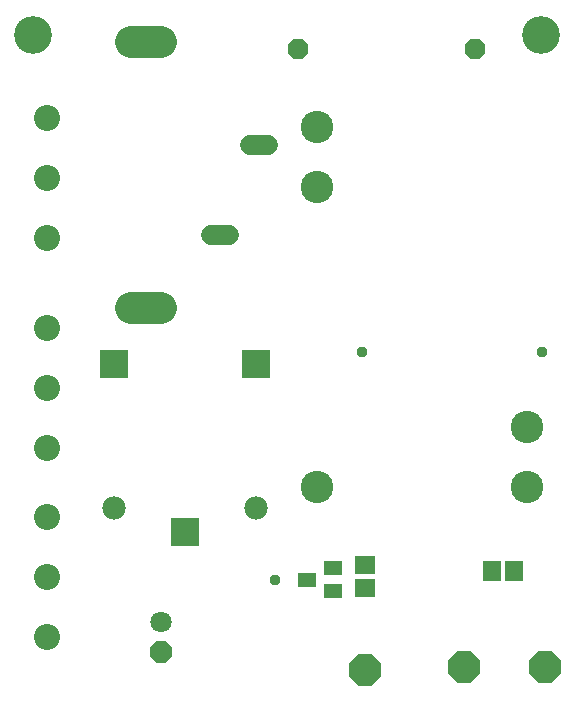
<source format=gbr>
G04 EAGLE Gerber RS-274X export*
G75*
%MOMM*%
%FSLAX34Y34*%
%LPD*%
%INSoldermask Top*%
%IPPOS*%
%AMOC8*
5,1,8,0,0,1.08239X$1,22.5*%
G01*
%ADD10C,3.203200*%
%ADD11P,1.869504X8X202.500000*%
%ADD12C,2.203200*%
%ADD13C,2.743200*%
%ADD14C,1.727200*%
%ADD15C,2.743200*%
%ADD16R,2.387600X2.387600*%
%ADD17C,1.981200*%
%ADD18R,1.603200X1.203200*%
%ADD19R,1.703200X1.503200*%
%ADD20P,2.969212X8X22.500000*%
%ADD21P,1.951982X8X292.500000*%
%ADD22C,1.803400*%
%ADD23R,1.503200X1.703200*%
%ADD24C,0.959600*%


D10*
X31000Y560000D03*
X461000Y560000D03*
D11*
X405130Y548640D03*
X255270Y548640D03*
D12*
X42930Y388409D03*
X42930Y439209D03*
X42930Y490009D03*
X42930Y210609D03*
X42930Y261409D03*
X42930Y312209D03*
X42930Y50589D03*
X42930Y101389D03*
X42930Y152189D03*
D13*
X114300Y554482D02*
X139700Y554482D01*
X139700Y329438D02*
X114300Y329438D01*
D14*
X214630Y467360D02*
X229870Y467360D01*
X196850Y391160D02*
X181610Y391160D01*
D15*
X271780Y482600D03*
X271780Y431800D03*
X271780Y177800D03*
X449580Y177800D03*
X449580Y228600D03*
D16*
X160020Y139820D03*
X220020Y281820D03*
X100020Y281820D03*
D17*
X100020Y159820D03*
X220020Y159820D03*
D18*
X263320Y99060D03*
X285320Y108560D03*
X285320Y89560D03*
D19*
X312420Y92100D03*
X312420Y111100D03*
D20*
X312420Y22860D03*
X464820Y25400D03*
X396240Y25400D03*
D21*
X139700Y38100D03*
D22*
X139700Y63500D03*
D23*
X438760Y106680D03*
X419760Y106680D03*
D24*
X309880Y292100D03*
X462280Y292100D03*
X236220Y99060D03*
M02*

</source>
